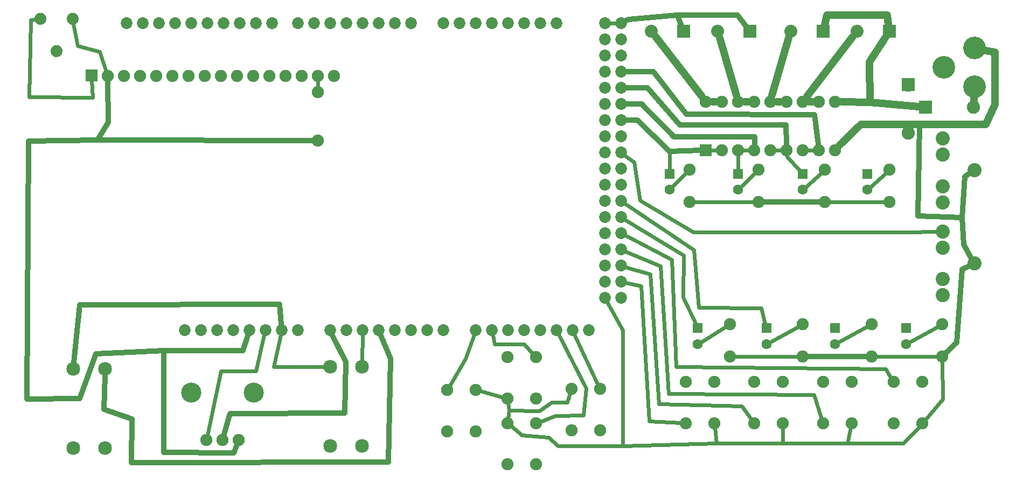
<source format=gbl>
G04 MADE WITH FRITZING*
G04 WWW.FRITZING.ORG*
G04 DOUBLE SIDED*
G04 HOLES PLATED*
G04 CONTOUR ON CENTER OF CONTOUR VECTOR*
%ASAXBY*%
%FSLAX23Y23*%
%MOIN*%
%OFA0B0*%
%SFA1.0B1.0*%
%ADD10C,0.082000*%
%ADD11C,0.074000*%
%ADD12C,0.075000*%
%ADD13C,0.074667*%
%ADD14C,0.074695*%
%ADD15C,0.124033*%
%ADD16C,0.062992*%
%ADD17C,0.080000*%
%ADD18C,0.140000*%
%ADD19C,0.087695*%
%ADD20C,0.087722*%
%ADD21C,0.085000*%
%ADD22C,0.072917*%
%ADD23R,0.082000X0.082000*%
%ADD24R,0.075000X0.075000*%
%ADD25R,0.062992X0.062992*%
%ADD26R,0.080000X0.080000*%
%ADD27C,0.024000*%
%ADD28C,0.048000*%
%ADD29C,0.032000*%
%ADD30R,0.001000X0.001000*%
%LNCOPPER0*%
G90*
G70*
G54D10*
X5539Y2417D03*
X5539Y2119D03*
X5645Y2278D03*
X5943Y2278D03*
G54D11*
X367Y2827D03*
X267Y2627D03*
X167Y2827D03*
G54D12*
X1885Y2374D03*
X1885Y2074D03*
G54D13*
X1195Y219D03*
X1295Y219D03*
G54D14*
X1395Y219D03*
G54D15*
X1101Y514D03*
X1489Y514D03*
G54D12*
X4285Y2014D03*
X4285Y2314D03*
X4385Y2014D03*
X4385Y2314D03*
X4485Y2014D03*
X4485Y2314D03*
X4585Y2014D03*
X4585Y2314D03*
X4685Y2014D03*
X4685Y2314D03*
X4785Y2014D03*
X4785Y2314D03*
X4885Y2014D03*
X4885Y2314D03*
X4985Y2014D03*
X4985Y2314D03*
X5085Y2014D03*
X5085Y2314D03*
X5423Y1892D03*
X5423Y1692D03*
X5749Y937D03*
X5749Y737D03*
X5023Y1892D03*
X5023Y1692D03*
X5310Y937D03*
X5310Y737D03*
X4610Y1892D03*
X4610Y1692D03*
X4885Y937D03*
X4885Y737D03*
X4185Y1892D03*
X4185Y1692D03*
X4435Y937D03*
X4435Y737D03*
G54D16*
X5285Y1867D03*
X5285Y1769D03*
X5524Y912D03*
X5524Y813D03*
X4885Y1867D03*
X4885Y1769D03*
X5085Y912D03*
X5085Y813D03*
X4485Y1867D03*
X4485Y1769D03*
X4660Y912D03*
X4660Y813D03*
X4060Y1867D03*
X4060Y1769D03*
X4235Y912D03*
X4235Y813D03*
G54D17*
X4558Y2749D03*
X4358Y2749D03*
X5010Y2749D03*
X4810Y2749D03*
X5420Y2749D03*
X5220Y2749D03*
X4148Y2749D03*
X3948Y2749D03*
G54D18*
X5948Y2407D03*
X5948Y2647D03*
X5758Y2527D03*
G54D12*
X485Y2474D03*
X585Y2474D03*
X685Y2474D03*
X785Y2474D03*
X885Y2474D03*
X985Y2474D03*
X1085Y2474D03*
X1185Y2474D03*
X1285Y2474D03*
X1385Y2474D03*
X1485Y2474D03*
X1585Y2474D03*
X1685Y2474D03*
X1785Y2474D03*
X1885Y2474D03*
X1985Y2474D03*
G54D19*
X5947Y1313D03*
G54D20*
X5751Y1116D03*
X5751Y1215D03*
G54D19*
X5751Y1411D03*
G54D20*
X5751Y1510D03*
G54D19*
X5947Y1888D03*
G54D20*
X5751Y1691D03*
X5751Y1790D03*
G54D19*
X5751Y1986D03*
G54D20*
X5751Y2085D03*
G54D12*
X3058Y477D03*
X3058Y733D03*
X3235Y477D03*
X3235Y733D03*
X5626Y580D03*
X5626Y324D03*
X5449Y580D03*
X5449Y324D03*
X5187Y580D03*
X5187Y324D03*
X5010Y580D03*
X5010Y324D03*
X4762Y580D03*
X4762Y324D03*
X4585Y580D03*
X4585Y324D03*
X3058Y68D03*
X3058Y324D03*
X3235Y68D03*
X3235Y324D03*
X2862Y530D03*
X2862Y274D03*
X2685Y530D03*
X2685Y274D03*
X4337Y580D03*
X4337Y324D03*
X4160Y580D03*
X4160Y324D03*
X3454Y279D03*
X3454Y535D03*
X3632Y279D03*
X3632Y535D03*
G54D21*
X1960Y182D03*
X2157Y182D03*
X2157Y674D03*
X1960Y674D03*
X372Y169D03*
X569Y169D03*
X569Y661D03*
X372Y661D03*
G54D22*
X2960Y899D03*
X1360Y899D03*
X3060Y899D03*
X3160Y899D03*
X3260Y899D03*
X3360Y899D03*
X3660Y2299D03*
X3460Y899D03*
X3560Y899D03*
X1400Y2799D03*
X1960Y899D03*
X2060Y899D03*
X2160Y899D03*
X2260Y899D03*
X3660Y1499D03*
X2360Y899D03*
X2460Y899D03*
X2560Y899D03*
X2660Y899D03*
X2160Y2799D03*
X3660Y2699D03*
X3660Y1899D03*
X3660Y1099D03*
X1000Y2799D03*
X1760Y899D03*
X1760Y2799D03*
X3660Y2499D03*
X3660Y2099D03*
X3660Y1699D03*
X3360Y2799D03*
X3660Y1299D03*
X3260Y2799D03*
X3160Y2799D03*
X3060Y2799D03*
X2960Y2799D03*
X2860Y2799D03*
X2760Y2799D03*
X2660Y2799D03*
X800Y2799D03*
X1200Y2799D03*
X1600Y2799D03*
X1160Y899D03*
X1560Y899D03*
X2360Y2799D03*
X1960Y2799D03*
X3660Y2799D03*
X3660Y2599D03*
X3660Y2399D03*
X3660Y2199D03*
X3660Y1999D03*
X3660Y1799D03*
X3660Y1599D03*
X3660Y1399D03*
X3660Y1199D03*
X700Y2799D03*
X900Y2799D03*
X1100Y2799D03*
X1300Y2799D03*
X1500Y2799D03*
X1060Y899D03*
X1260Y899D03*
X1460Y899D03*
X1660Y899D03*
X2460Y2799D03*
X2260Y2799D03*
X2060Y2799D03*
X1860Y2799D03*
X3760Y2799D03*
X3760Y2699D03*
X3760Y2599D03*
X3760Y2499D03*
X3760Y2399D03*
X3760Y2299D03*
X3760Y2199D03*
X3760Y2099D03*
X3760Y1999D03*
X3760Y1899D03*
X3760Y1799D03*
X3760Y1699D03*
X3760Y1599D03*
X3760Y1499D03*
X3760Y1399D03*
X3760Y1299D03*
X3760Y1199D03*
X3760Y1099D03*
X2860Y899D03*
G54D23*
X5539Y2418D03*
X5644Y2278D03*
G54D24*
X4285Y2014D03*
G54D25*
X5285Y1867D03*
X5524Y912D03*
X4885Y1867D03*
X5085Y912D03*
X4485Y1867D03*
X4660Y912D03*
X4060Y1867D03*
X4235Y912D03*
G54D26*
X4558Y2749D03*
X5010Y2749D03*
X5420Y2749D03*
X4148Y2749D03*
G54D24*
X485Y2475D03*
G54D27*
X5539Y2173D02*
X5539Y2151D01*
G54D28*
D02*
X5300Y2310D02*
X5602Y2282D01*
G54D27*
D02*
X4146Y1102D02*
X4224Y936D01*
D02*
X4148Y1363D02*
X4146Y1102D01*
D02*
X3786Y1584D02*
X4148Y1363D01*
D02*
X4213Y1395D02*
X3785Y1682D01*
D02*
X4628Y1035D02*
X4243Y1039D01*
D02*
X4243Y1039D02*
X4213Y1395D01*
D02*
X4653Y938D02*
X4628Y1035D01*
D02*
X5401Y1873D02*
X5305Y1787D01*
D02*
X4060Y2007D02*
X4060Y1894D01*
D02*
X4485Y1986D02*
X4485Y1894D01*
D02*
X4787Y1972D02*
X4867Y1887D01*
D02*
X4787Y1986D02*
X4787Y1972D01*
D02*
X4006Y1295D02*
X3788Y1387D01*
D02*
X4054Y506D02*
X4006Y1295D01*
D02*
X4954Y498D02*
X4054Y506D01*
D02*
X3031Y484D02*
X2890Y523D01*
D02*
X397Y2661D02*
X373Y2797D01*
D02*
X535Y2623D02*
X397Y2661D01*
D02*
X576Y2501D02*
X535Y2623D01*
D02*
X5398Y658D02*
X4102Y672D01*
D02*
X4074Y1335D02*
X3787Y1485D01*
D02*
X4102Y672D02*
X4074Y1335D01*
D02*
X5433Y604D02*
X5398Y658D01*
D02*
X2798Y724D02*
X2700Y555D01*
D02*
X2850Y871D02*
X2798Y724D01*
G54D29*
D02*
X2058Y702D02*
X1976Y867D01*
D02*
X2050Y387D02*
X2058Y702D01*
D02*
X1340Y382D02*
X2050Y387D01*
D02*
X1305Y255D02*
X1340Y382D01*
G54D27*
D02*
X3995Y443D02*
X3943Y1247D01*
D02*
X3943Y1247D02*
X3789Y1291D01*
D02*
X4509Y428D02*
X3995Y443D01*
D02*
X4568Y347D02*
X4509Y428D01*
D02*
X3354Y369D02*
X3262Y334D01*
D02*
X3528Y372D02*
X3354Y369D01*
D02*
X3546Y538D02*
X3528Y372D01*
D02*
X3374Y872D02*
X3546Y538D01*
G54D29*
D02*
X735Y351D02*
X562Y408D01*
D02*
X562Y408D02*
X568Y621D01*
D02*
X731Y79D02*
X735Y351D01*
D02*
X2320Y84D02*
X731Y79D01*
D02*
X2335Y724D02*
X2320Y84D01*
D02*
X2274Y866D02*
X2335Y724D01*
G54D27*
D02*
X2160Y869D02*
X2158Y709D01*
D02*
X4350Y198D02*
X4340Y296D01*
D02*
X4350Y198D02*
X3773Y184D01*
D02*
X3149Y248D02*
X3080Y306D01*
D02*
X3372Y184D02*
X3311Y237D01*
D02*
X3311Y237D02*
X3149Y248D01*
D02*
X3773Y184D02*
X3372Y184D01*
D02*
X4761Y198D02*
X4350Y198D01*
D02*
X4762Y296D02*
X4761Y198D01*
D02*
X4761Y198D02*
X5161Y198D01*
D02*
X3773Y900D02*
X3773Y184D01*
D02*
X3675Y1073D02*
X3773Y900D01*
D02*
X5161Y198D02*
X5182Y296D01*
D02*
X5161Y198D02*
X5509Y198D01*
D02*
X5509Y198D02*
X5607Y303D01*
D02*
X3428Y454D02*
X3446Y508D01*
D02*
X3332Y454D02*
X3428Y454D01*
D02*
X3254Y398D02*
X3332Y454D01*
D02*
X3069Y402D02*
X3254Y398D01*
D02*
X3069Y402D02*
X3062Y353D01*
D02*
X3062Y448D02*
X3069Y402D01*
D02*
X3473Y872D02*
X3619Y561D01*
G54D29*
D02*
X1648Y1059D02*
X1658Y935D01*
D02*
X411Y1056D02*
X1648Y1059D01*
D02*
X376Y701D02*
X411Y1056D01*
G54D27*
D02*
X3161Y814D02*
X3216Y754D01*
D02*
X2979Y814D02*
X3161Y814D01*
D02*
X2967Y870D02*
X2979Y814D01*
D02*
X1613Y674D02*
X1926Y674D01*
D02*
X1654Y870D02*
X1613Y674D01*
G54D29*
D02*
X5882Y1429D02*
X5926Y1351D01*
D02*
X5871Y1597D02*
X5882Y1429D01*
D02*
X5887Y1850D02*
X5871Y1597D01*
D02*
X5911Y1865D02*
X5887Y1850D01*
G54D27*
D02*
X1885Y2403D02*
X1885Y2446D01*
D02*
X3885Y1174D02*
X3934Y336D01*
D02*
X3934Y336D02*
X4132Y326D01*
D02*
X3790Y1193D02*
X3885Y1174D01*
G54D29*
D02*
X522Y2075D02*
X1851Y2074D01*
D02*
X587Y2187D02*
X585Y2440D01*
D02*
X522Y2075D02*
X587Y2187D01*
D02*
X96Y2069D02*
X522Y2075D01*
D02*
X85Y474D02*
X96Y2069D01*
D02*
X411Y477D02*
X85Y474D01*
D02*
X510Y754D02*
X411Y477D01*
D02*
X932Y772D02*
X510Y754D01*
D02*
X930Y144D02*
X1366Y140D01*
D02*
X1366Y140D02*
X1382Y184D01*
D02*
X932Y772D02*
X930Y144D01*
D02*
X1420Y772D02*
X932Y772D01*
D02*
X1450Y865D02*
X1420Y772D01*
G54D27*
D02*
X137Y2824D02*
X107Y2821D01*
D02*
X99Y2342D02*
X491Y2341D01*
D02*
X491Y2341D02*
X486Y2446D01*
D02*
X107Y2821D02*
X99Y2342D01*
D02*
X1284Y645D02*
X1202Y250D01*
D02*
X1502Y647D02*
X1284Y645D01*
D02*
X1553Y870D02*
X1502Y647D01*
D02*
X4357Y2014D02*
X4314Y2014D01*
D02*
X4557Y2014D02*
X4514Y2014D01*
D02*
X4757Y2014D02*
X4714Y2014D01*
D02*
X4957Y2014D02*
X4914Y2014D01*
G54D28*
D02*
X4346Y2314D02*
X4325Y2314D01*
D02*
X4546Y2314D02*
X4525Y2314D01*
D02*
X4746Y2314D02*
X4725Y2314D01*
D02*
X4946Y2314D02*
X4925Y2314D01*
G54D29*
D02*
X5599Y1607D02*
X5607Y2173D01*
D02*
X5871Y1597D02*
X5599Y1607D01*
G54D27*
D02*
X4954Y498D02*
X5001Y351D01*
G54D29*
D02*
X3961Y2498D02*
X3796Y2499D01*
D02*
X4165Y2237D02*
X3961Y2498D01*
D02*
X4957Y2233D02*
X4165Y2237D01*
D02*
X4981Y2048D02*
X4957Y2233D01*
D02*
X3924Y2398D02*
X4125Y2169D01*
D02*
X4125Y2169D02*
X4783Y2169D01*
D02*
X3796Y2399D02*
X3924Y2398D01*
D02*
X4783Y2169D02*
X4785Y2049D01*
D02*
X3887Y2298D02*
X4088Y2096D01*
D02*
X4088Y2096D02*
X4589Y2096D01*
D02*
X3796Y2299D02*
X3887Y2298D01*
D02*
X4589Y2096D02*
X4587Y2049D01*
D02*
X4060Y2007D02*
X4251Y2013D01*
D02*
X3861Y2198D02*
X4060Y2007D01*
D02*
X3796Y2199D02*
X3861Y2198D01*
G54D27*
D02*
X4079Y1788D02*
X4165Y1872D01*
D02*
X4258Y827D02*
X4411Y922D01*
D02*
X4504Y1788D02*
X4590Y1872D01*
D02*
X4684Y826D02*
X4860Y923D01*
D02*
X4905Y1787D02*
X5001Y1873D01*
D02*
X5109Y826D02*
X5285Y923D01*
D02*
X5548Y826D02*
X5724Y923D01*
D02*
X4582Y1692D02*
X4214Y1692D01*
D02*
X4857Y737D02*
X4464Y737D01*
G54D29*
D02*
X4989Y1692D02*
X4644Y1692D01*
D02*
X5276Y737D02*
X4919Y737D01*
G54D27*
D02*
X5051Y1692D02*
X5394Y1692D01*
D02*
X5339Y737D02*
X5721Y737D01*
G54D29*
D02*
X5872Y1276D02*
X5909Y1294D01*
D02*
X5837Y824D02*
X5872Y1276D01*
D02*
X5773Y761D02*
X5837Y824D01*
G54D27*
D02*
X5751Y473D02*
X5645Y346D01*
D02*
X5749Y708D02*
X5751Y473D01*
G54D28*
D02*
X4261Y2346D02*
X3974Y2716D01*
D02*
X4474Y2353D02*
X4370Y2709D01*
D02*
X4696Y2353D02*
X4799Y2709D01*
D02*
X4910Y2346D02*
X5194Y2716D01*
D02*
X5944Y2321D02*
X5945Y2335D01*
D02*
X5539Y2173D02*
X5244Y2173D01*
D02*
X5607Y2173D02*
X5539Y2173D01*
D02*
X5244Y2173D02*
X5113Y2043D01*
D02*
X6019Y2173D02*
X5607Y2173D01*
D02*
X6074Y2296D02*
X6019Y2173D01*
D02*
X6074Y2619D02*
X6074Y2296D01*
D02*
X6019Y2631D02*
X6074Y2619D01*
G54D27*
D02*
X5524Y1506D02*
X5713Y1509D01*
D02*
X4209Y1506D02*
X5524Y1506D01*
D02*
X3842Y1938D02*
X3878Y1704D01*
D02*
X3878Y1704D02*
X4209Y1506D01*
D02*
X3784Y1981D02*
X3842Y1938D01*
G54D29*
D02*
X3809Y2824D02*
X3792Y2816D01*
D02*
X4109Y2850D02*
X3809Y2824D01*
D02*
X4135Y2784D02*
X4109Y2850D01*
D02*
X4483Y2850D02*
X4536Y2779D01*
D02*
X4109Y2850D02*
X4483Y2850D01*
G54D28*
D02*
X5299Y2560D02*
X5397Y2714D01*
D02*
X5300Y2310D02*
X5299Y2560D01*
D02*
X5035Y2849D02*
X5021Y2790D01*
D02*
X5409Y2849D02*
X5035Y2849D01*
D02*
X5416Y2791D02*
X5409Y2849D01*
D02*
X5300Y2310D02*
X5125Y2314D01*
G54D27*
D02*
X3730Y2799D02*
X3690Y2799D01*
G54D30*
D02*
G04 End of Copper0*
M02*
</source>
